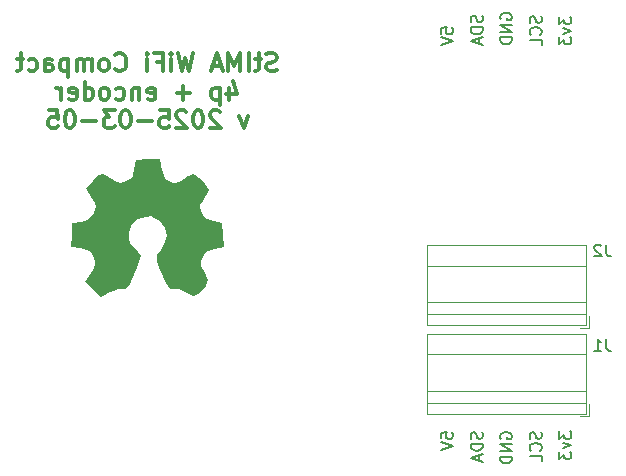
<source format=gbr>
%TF.GenerationSoftware,KiCad,Pcbnew,9.0.0*%
%TF.CreationDate,2025-04-22T12:49:47+02:00*%
%TF.ProjectId,stimawifi,7374696d-6177-4696-9669-2e6b69636164,rev?*%
%TF.SameCoordinates,Original*%
%TF.FileFunction,Legend,Bot*%
%TF.FilePolarity,Positive*%
%FSLAX46Y46*%
G04 Gerber Fmt 4.6, Leading zero omitted, Abs format (unit mm)*
G04 Created by KiCad (PCBNEW 9.0.0) date 2025-04-22 12:49:47*
%MOMM*%
%LPD*%
G01*
G04 APERTURE LIST*
%ADD10C,0.200000*%
%ADD11C,0.150000*%
%ADD12C,0.300000*%
%ADD13C,0.000000*%
%ADD14C,0.120000*%
G04 APERTURE END LIST*
D10*
X188867219Y-88845863D02*
X188867219Y-88369673D01*
X188867219Y-88369673D02*
X189343409Y-88322054D01*
X189343409Y-88322054D02*
X189295790Y-88369673D01*
X189295790Y-88369673D02*
X189248171Y-88464911D01*
X189248171Y-88464911D02*
X189248171Y-88703006D01*
X189248171Y-88703006D02*
X189295790Y-88798244D01*
X189295790Y-88798244D02*
X189343409Y-88845863D01*
X189343409Y-88845863D02*
X189438647Y-88893482D01*
X189438647Y-88893482D02*
X189676742Y-88893482D01*
X189676742Y-88893482D02*
X189771980Y-88845863D01*
X189771980Y-88845863D02*
X189819600Y-88798244D01*
X189819600Y-88798244D02*
X189867219Y-88703006D01*
X189867219Y-88703006D02*
X189867219Y-88464911D01*
X189867219Y-88464911D02*
X189819600Y-88369673D01*
X189819600Y-88369673D02*
X189771980Y-88322054D01*
X188867219Y-89179197D02*
X189867219Y-89512530D01*
X189867219Y-89512530D02*
X188867219Y-89845863D01*
X198867219Y-88274435D02*
X198867219Y-88893482D01*
X198867219Y-88893482D02*
X199248171Y-88560149D01*
X199248171Y-88560149D02*
X199248171Y-88703006D01*
X199248171Y-88703006D02*
X199295790Y-88798244D01*
X199295790Y-88798244D02*
X199343409Y-88845863D01*
X199343409Y-88845863D02*
X199438647Y-88893482D01*
X199438647Y-88893482D02*
X199676742Y-88893482D01*
X199676742Y-88893482D02*
X199771980Y-88845863D01*
X199771980Y-88845863D02*
X199819600Y-88798244D01*
X199819600Y-88798244D02*
X199867219Y-88703006D01*
X199867219Y-88703006D02*
X199867219Y-88417292D01*
X199867219Y-88417292D02*
X199819600Y-88322054D01*
X199819600Y-88322054D02*
X199771980Y-88274435D01*
X199200552Y-89226816D02*
X199867219Y-89464911D01*
X199867219Y-89464911D02*
X199200552Y-89703006D01*
X198867219Y-89988721D02*
X198867219Y-90607768D01*
X198867219Y-90607768D02*
X199248171Y-90274435D01*
X199248171Y-90274435D02*
X199248171Y-90417292D01*
X199248171Y-90417292D02*
X199295790Y-90512530D01*
X199295790Y-90512530D02*
X199343409Y-90560149D01*
X199343409Y-90560149D02*
X199438647Y-90607768D01*
X199438647Y-90607768D02*
X199676742Y-90607768D01*
X199676742Y-90607768D02*
X199771980Y-90560149D01*
X199771980Y-90560149D02*
X199819600Y-90512530D01*
X199819600Y-90512530D02*
X199867219Y-90417292D01*
X199867219Y-90417292D02*
X199867219Y-90131578D01*
X199867219Y-90131578D02*
X199819600Y-90036340D01*
X199819600Y-90036340D02*
X199771980Y-89988721D01*
X192319600Y-88322054D02*
X192367219Y-88464911D01*
X192367219Y-88464911D02*
X192367219Y-88703006D01*
X192367219Y-88703006D02*
X192319600Y-88798244D01*
X192319600Y-88798244D02*
X192271980Y-88845863D01*
X192271980Y-88845863D02*
X192176742Y-88893482D01*
X192176742Y-88893482D02*
X192081504Y-88893482D01*
X192081504Y-88893482D02*
X191986266Y-88845863D01*
X191986266Y-88845863D02*
X191938647Y-88798244D01*
X191938647Y-88798244D02*
X191891028Y-88703006D01*
X191891028Y-88703006D02*
X191843409Y-88512530D01*
X191843409Y-88512530D02*
X191795790Y-88417292D01*
X191795790Y-88417292D02*
X191748171Y-88369673D01*
X191748171Y-88369673D02*
X191652933Y-88322054D01*
X191652933Y-88322054D02*
X191557695Y-88322054D01*
X191557695Y-88322054D02*
X191462457Y-88369673D01*
X191462457Y-88369673D02*
X191414838Y-88417292D01*
X191414838Y-88417292D02*
X191367219Y-88512530D01*
X191367219Y-88512530D02*
X191367219Y-88750625D01*
X191367219Y-88750625D02*
X191414838Y-88893482D01*
X192367219Y-89322054D02*
X191367219Y-89322054D01*
X191367219Y-89322054D02*
X191367219Y-89560149D01*
X191367219Y-89560149D02*
X191414838Y-89703006D01*
X191414838Y-89703006D02*
X191510076Y-89798244D01*
X191510076Y-89798244D02*
X191605314Y-89845863D01*
X191605314Y-89845863D02*
X191795790Y-89893482D01*
X191795790Y-89893482D02*
X191938647Y-89893482D01*
X191938647Y-89893482D02*
X192129123Y-89845863D01*
X192129123Y-89845863D02*
X192224361Y-89798244D01*
X192224361Y-89798244D02*
X192319600Y-89703006D01*
X192319600Y-89703006D02*
X192367219Y-89560149D01*
X192367219Y-89560149D02*
X192367219Y-89322054D01*
X192081504Y-90274435D02*
X192081504Y-90750625D01*
X192367219Y-90179197D02*
X191367219Y-90512530D01*
X191367219Y-90512530D02*
X192367219Y-90845863D01*
X197319600Y-53107768D02*
X197367219Y-53250625D01*
X197367219Y-53250625D02*
X197367219Y-53488720D01*
X197367219Y-53488720D02*
X197319600Y-53583958D01*
X197319600Y-53583958D02*
X197271980Y-53631577D01*
X197271980Y-53631577D02*
X197176742Y-53679196D01*
X197176742Y-53679196D02*
X197081504Y-53679196D01*
X197081504Y-53679196D02*
X196986266Y-53631577D01*
X196986266Y-53631577D02*
X196938647Y-53583958D01*
X196938647Y-53583958D02*
X196891028Y-53488720D01*
X196891028Y-53488720D02*
X196843409Y-53298244D01*
X196843409Y-53298244D02*
X196795790Y-53203006D01*
X196795790Y-53203006D02*
X196748171Y-53155387D01*
X196748171Y-53155387D02*
X196652933Y-53107768D01*
X196652933Y-53107768D02*
X196557695Y-53107768D01*
X196557695Y-53107768D02*
X196462457Y-53155387D01*
X196462457Y-53155387D02*
X196414838Y-53203006D01*
X196414838Y-53203006D02*
X196367219Y-53298244D01*
X196367219Y-53298244D02*
X196367219Y-53536339D01*
X196367219Y-53536339D02*
X196414838Y-53679196D01*
X197271980Y-54679196D02*
X197319600Y-54631577D01*
X197319600Y-54631577D02*
X197367219Y-54488720D01*
X197367219Y-54488720D02*
X197367219Y-54393482D01*
X197367219Y-54393482D02*
X197319600Y-54250625D01*
X197319600Y-54250625D02*
X197224361Y-54155387D01*
X197224361Y-54155387D02*
X197129123Y-54107768D01*
X197129123Y-54107768D02*
X196938647Y-54060149D01*
X196938647Y-54060149D02*
X196795790Y-54060149D01*
X196795790Y-54060149D02*
X196605314Y-54107768D01*
X196605314Y-54107768D02*
X196510076Y-54155387D01*
X196510076Y-54155387D02*
X196414838Y-54250625D01*
X196414838Y-54250625D02*
X196367219Y-54393482D01*
X196367219Y-54393482D02*
X196367219Y-54488720D01*
X196367219Y-54488720D02*
X196414838Y-54631577D01*
X196414838Y-54631577D02*
X196462457Y-54679196D01*
X197367219Y-55583958D02*
X197367219Y-55107768D01*
X197367219Y-55107768D02*
X196367219Y-55107768D01*
X188867219Y-54583958D02*
X188867219Y-54107768D01*
X188867219Y-54107768D02*
X189343409Y-54060149D01*
X189343409Y-54060149D02*
X189295790Y-54107768D01*
X189295790Y-54107768D02*
X189248171Y-54203006D01*
X189248171Y-54203006D02*
X189248171Y-54441101D01*
X189248171Y-54441101D02*
X189295790Y-54536339D01*
X189295790Y-54536339D02*
X189343409Y-54583958D01*
X189343409Y-54583958D02*
X189438647Y-54631577D01*
X189438647Y-54631577D02*
X189676742Y-54631577D01*
X189676742Y-54631577D02*
X189771980Y-54583958D01*
X189771980Y-54583958D02*
X189819600Y-54536339D01*
X189819600Y-54536339D02*
X189867219Y-54441101D01*
X189867219Y-54441101D02*
X189867219Y-54203006D01*
X189867219Y-54203006D02*
X189819600Y-54107768D01*
X189819600Y-54107768D02*
X189771980Y-54060149D01*
X188867219Y-54917292D02*
X189867219Y-55250625D01*
X189867219Y-55250625D02*
X188867219Y-55583958D01*
D11*
X202833333Y-80454819D02*
X202833333Y-81169104D01*
X202833333Y-81169104D02*
X202880952Y-81311961D01*
X202880952Y-81311961D02*
X202976190Y-81407200D01*
X202976190Y-81407200D02*
X203119047Y-81454819D01*
X203119047Y-81454819D02*
X203214285Y-81454819D01*
X201833333Y-81454819D02*
X202404761Y-81454819D01*
X202119047Y-81454819D02*
X202119047Y-80454819D01*
X202119047Y-80454819D02*
X202214285Y-80597676D01*
X202214285Y-80597676D02*
X202309523Y-80692914D01*
X202309523Y-80692914D02*
X202404761Y-80740533D01*
D12*
X174928571Y-57691984D02*
X174714286Y-57763412D01*
X174714286Y-57763412D02*
X174357143Y-57763412D01*
X174357143Y-57763412D02*
X174214286Y-57691984D01*
X174214286Y-57691984D02*
X174142857Y-57620555D01*
X174142857Y-57620555D02*
X174071428Y-57477698D01*
X174071428Y-57477698D02*
X174071428Y-57334841D01*
X174071428Y-57334841D02*
X174142857Y-57191984D01*
X174142857Y-57191984D02*
X174214286Y-57120555D01*
X174214286Y-57120555D02*
X174357143Y-57049126D01*
X174357143Y-57049126D02*
X174642857Y-56977698D01*
X174642857Y-56977698D02*
X174785714Y-56906269D01*
X174785714Y-56906269D02*
X174857143Y-56834841D01*
X174857143Y-56834841D02*
X174928571Y-56691984D01*
X174928571Y-56691984D02*
X174928571Y-56549126D01*
X174928571Y-56549126D02*
X174857143Y-56406269D01*
X174857143Y-56406269D02*
X174785714Y-56334841D01*
X174785714Y-56334841D02*
X174642857Y-56263412D01*
X174642857Y-56263412D02*
X174285714Y-56263412D01*
X174285714Y-56263412D02*
X174071428Y-56334841D01*
X173642857Y-56763412D02*
X173071429Y-56763412D01*
X173428572Y-56263412D02*
X173428572Y-57549126D01*
X173428572Y-57549126D02*
X173357143Y-57691984D01*
X173357143Y-57691984D02*
X173214286Y-57763412D01*
X173214286Y-57763412D02*
X173071429Y-57763412D01*
X172571429Y-57763412D02*
X172571429Y-56263412D01*
X171857143Y-57763412D02*
X171857143Y-56263412D01*
X171857143Y-56263412D02*
X171357143Y-57334841D01*
X171357143Y-57334841D02*
X170857143Y-56263412D01*
X170857143Y-56263412D02*
X170857143Y-57763412D01*
X170214285Y-57334841D02*
X169500000Y-57334841D01*
X170357142Y-57763412D02*
X169857142Y-56263412D01*
X169857142Y-56263412D02*
X169357142Y-57763412D01*
X167857143Y-56263412D02*
X167500000Y-57763412D01*
X167500000Y-57763412D02*
X167214286Y-56691984D01*
X167214286Y-56691984D02*
X166928571Y-57763412D01*
X166928571Y-57763412D02*
X166571429Y-56263412D01*
X166000000Y-57763412D02*
X166000000Y-56763412D01*
X166000000Y-56263412D02*
X166071428Y-56334841D01*
X166071428Y-56334841D02*
X166000000Y-56406269D01*
X166000000Y-56406269D02*
X165928571Y-56334841D01*
X165928571Y-56334841D02*
X166000000Y-56263412D01*
X166000000Y-56263412D02*
X166000000Y-56406269D01*
X164785714Y-56977698D02*
X165285714Y-56977698D01*
X165285714Y-57763412D02*
X165285714Y-56263412D01*
X165285714Y-56263412D02*
X164571428Y-56263412D01*
X164000000Y-57763412D02*
X164000000Y-56763412D01*
X164000000Y-56263412D02*
X164071428Y-56334841D01*
X164071428Y-56334841D02*
X164000000Y-56406269D01*
X164000000Y-56406269D02*
X163928571Y-56334841D01*
X163928571Y-56334841D02*
X164000000Y-56263412D01*
X164000000Y-56263412D02*
X164000000Y-56406269D01*
X161285714Y-57620555D02*
X161357142Y-57691984D01*
X161357142Y-57691984D02*
X161571428Y-57763412D01*
X161571428Y-57763412D02*
X161714285Y-57763412D01*
X161714285Y-57763412D02*
X161928571Y-57691984D01*
X161928571Y-57691984D02*
X162071428Y-57549126D01*
X162071428Y-57549126D02*
X162142857Y-57406269D01*
X162142857Y-57406269D02*
X162214285Y-57120555D01*
X162214285Y-57120555D02*
X162214285Y-56906269D01*
X162214285Y-56906269D02*
X162142857Y-56620555D01*
X162142857Y-56620555D02*
X162071428Y-56477698D01*
X162071428Y-56477698D02*
X161928571Y-56334841D01*
X161928571Y-56334841D02*
X161714285Y-56263412D01*
X161714285Y-56263412D02*
X161571428Y-56263412D01*
X161571428Y-56263412D02*
X161357142Y-56334841D01*
X161357142Y-56334841D02*
X161285714Y-56406269D01*
X160428571Y-57763412D02*
X160571428Y-57691984D01*
X160571428Y-57691984D02*
X160642857Y-57620555D01*
X160642857Y-57620555D02*
X160714285Y-57477698D01*
X160714285Y-57477698D02*
X160714285Y-57049126D01*
X160714285Y-57049126D02*
X160642857Y-56906269D01*
X160642857Y-56906269D02*
X160571428Y-56834841D01*
X160571428Y-56834841D02*
X160428571Y-56763412D01*
X160428571Y-56763412D02*
X160214285Y-56763412D01*
X160214285Y-56763412D02*
X160071428Y-56834841D01*
X160071428Y-56834841D02*
X160000000Y-56906269D01*
X160000000Y-56906269D02*
X159928571Y-57049126D01*
X159928571Y-57049126D02*
X159928571Y-57477698D01*
X159928571Y-57477698D02*
X160000000Y-57620555D01*
X160000000Y-57620555D02*
X160071428Y-57691984D01*
X160071428Y-57691984D02*
X160214285Y-57763412D01*
X160214285Y-57763412D02*
X160428571Y-57763412D01*
X159285714Y-57763412D02*
X159285714Y-56763412D01*
X159285714Y-56906269D02*
X159214285Y-56834841D01*
X159214285Y-56834841D02*
X159071428Y-56763412D01*
X159071428Y-56763412D02*
X158857142Y-56763412D01*
X158857142Y-56763412D02*
X158714285Y-56834841D01*
X158714285Y-56834841D02*
X158642857Y-56977698D01*
X158642857Y-56977698D02*
X158642857Y-57763412D01*
X158642857Y-56977698D02*
X158571428Y-56834841D01*
X158571428Y-56834841D02*
X158428571Y-56763412D01*
X158428571Y-56763412D02*
X158214285Y-56763412D01*
X158214285Y-56763412D02*
X158071428Y-56834841D01*
X158071428Y-56834841D02*
X157999999Y-56977698D01*
X157999999Y-56977698D02*
X157999999Y-57763412D01*
X157285714Y-56763412D02*
X157285714Y-58263412D01*
X157285714Y-56834841D02*
X157142857Y-56763412D01*
X157142857Y-56763412D02*
X156857142Y-56763412D01*
X156857142Y-56763412D02*
X156714285Y-56834841D01*
X156714285Y-56834841D02*
X156642857Y-56906269D01*
X156642857Y-56906269D02*
X156571428Y-57049126D01*
X156571428Y-57049126D02*
X156571428Y-57477698D01*
X156571428Y-57477698D02*
X156642857Y-57620555D01*
X156642857Y-57620555D02*
X156714285Y-57691984D01*
X156714285Y-57691984D02*
X156857142Y-57763412D01*
X156857142Y-57763412D02*
X157142857Y-57763412D01*
X157142857Y-57763412D02*
X157285714Y-57691984D01*
X155285714Y-57763412D02*
X155285714Y-56977698D01*
X155285714Y-56977698D02*
X155357142Y-56834841D01*
X155357142Y-56834841D02*
X155499999Y-56763412D01*
X155499999Y-56763412D02*
X155785714Y-56763412D01*
X155785714Y-56763412D02*
X155928571Y-56834841D01*
X155285714Y-57691984D02*
X155428571Y-57763412D01*
X155428571Y-57763412D02*
X155785714Y-57763412D01*
X155785714Y-57763412D02*
X155928571Y-57691984D01*
X155928571Y-57691984D02*
X155999999Y-57549126D01*
X155999999Y-57549126D02*
X155999999Y-57406269D01*
X155999999Y-57406269D02*
X155928571Y-57263412D01*
X155928571Y-57263412D02*
X155785714Y-57191984D01*
X155785714Y-57191984D02*
X155428571Y-57191984D01*
X155428571Y-57191984D02*
X155285714Y-57120555D01*
X153928571Y-57691984D02*
X154071428Y-57763412D01*
X154071428Y-57763412D02*
X154357142Y-57763412D01*
X154357142Y-57763412D02*
X154499999Y-57691984D01*
X154499999Y-57691984D02*
X154571428Y-57620555D01*
X154571428Y-57620555D02*
X154642856Y-57477698D01*
X154642856Y-57477698D02*
X154642856Y-57049126D01*
X154642856Y-57049126D02*
X154571428Y-56906269D01*
X154571428Y-56906269D02*
X154499999Y-56834841D01*
X154499999Y-56834841D02*
X154357142Y-56763412D01*
X154357142Y-56763412D02*
X154071428Y-56763412D01*
X154071428Y-56763412D02*
X153928571Y-56834841D01*
X153499999Y-56763412D02*
X152928571Y-56763412D01*
X153285714Y-56263412D02*
X153285714Y-57549126D01*
X153285714Y-57549126D02*
X153214285Y-57691984D01*
X153214285Y-57691984D02*
X153071428Y-57763412D01*
X153071428Y-57763412D02*
X152928571Y-57763412D01*
X170892856Y-59178328D02*
X170892856Y-60178328D01*
X171249998Y-58606900D02*
X171607141Y-59678328D01*
X171607141Y-59678328D02*
X170678570Y-59678328D01*
X170107142Y-59178328D02*
X170107142Y-60678328D01*
X170107142Y-59249757D02*
X169964285Y-59178328D01*
X169964285Y-59178328D02*
X169678570Y-59178328D01*
X169678570Y-59178328D02*
X169535713Y-59249757D01*
X169535713Y-59249757D02*
X169464285Y-59321185D01*
X169464285Y-59321185D02*
X169392856Y-59464042D01*
X169392856Y-59464042D02*
X169392856Y-59892614D01*
X169392856Y-59892614D02*
X169464285Y-60035471D01*
X169464285Y-60035471D02*
X169535713Y-60106900D01*
X169535713Y-60106900D02*
X169678570Y-60178328D01*
X169678570Y-60178328D02*
X169964285Y-60178328D01*
X169964285Y-60178328D02*
X170107142Y-60106900D01*
X167607142Y-59606900D02*
X166464285Y-59606900D01*
X167035713Y-60178328D02*
X167035713Y-59035471D01*
X164035713Y-60106900D02*
X164178570Y-60178328D01*
X164178570Y-60178328D02*
X164464285Y-60178328D01*
X164464285Y-60178328D02*
X164607142Y-60106900D01*
X164607142Y-60106900D02*
X164678570Y-59964042D01*
X164678570Y-59964042D02*
X164678570Y-59392614D01*
X164678570Y-59392614D02*
X164607142Y-59249757D01*
X164607142Y-59249757D02*
X164464285Y-59178328D01*
X164464285Y-59178328D02*
X164178570Y-59178328D01*
X164178570Y-59178328D02*
X164035713Y-59249757D01*
X164035713Y-59249757D02*
X163964285Y-59392614D01*
X163964285Y-59392614D02*
X163964285Y-59535471D01*
X163964285Y-59535471D02*
X164678570Y-59678328D01*
X163321428Y-59178328D02*
X163321428Y-60178328D01*
X163321428Y-59321185D02*
X163249999Y-59249757D01*
X163249999Y-59249757D02*
X163107142Y-59178328D01*
X163107142Y-59178328D02*
X162892856Y-59178328D01*
X162892856Y-59178328D02*
X162749999Y-59249757D01*
X162749999Y-59249757D02*
X162678571Y-59392614D01*
X162678571Y-59392614D02*
X162678571Y-60178328D01*
X161321428Y-60106900D02*
X161464285Y-60178328D01*
X161464285Y-60178328D02*
X161749999Y-60178328D01*
X161749999Y-60178328D02*
X161892856Y-60106900D01*
X161892856Y-60106900D02*
X161964285Y-60035471D01*
X161964285Y-60035471D02*
X162035713Y-59892614D01*
X162035713Y-59892614D02*
X162035713Y-59464042D01*
X162035713Y-59464042D02*
X161964285Y-59321185D01*
X161964285Y-59321185D02*
X161892856Y-59249757D01*
X161892856Y-59249757D02*
X161749999Y-59178328D01*
X161749999Y-59178328D02*
X161464285Y-59178328D01*
X161464285Y-59178328D02*
X161321428Y-59249757D01*
X160464285Y-60178328D02*
X160607142Y-60106900D01*
X160607142Y-60106900D02*
X160678571Y-60035471D01*
X160678571Y-60035471D02*
X160749999Y-59892614D01*
X160749999Y-59892614D02*
X160749999Y-59464042D01*
X160749999Y-59464042D02*
X160678571Y-59321185D01*
X160678571Y-59321185D02*
X160607142Y-59249757D01*
X160607142Y-59249757D02*
X160464285Y-59178328D01*
X160464285Y-59178328D02*
X160249999Y-59178328D01*
X160249999Y-59178328D02*
X160107142Y-59249757D01*
X160107142Y-59249757D02*
X160035714Y-59321185D01*
X160035714Y-59321185D02*
X159964285Y-59464042D01*
X159964285Y-59464042D02*
X159964285Y-59892614D01*
X159964285Y-59892614D02*
X160035714Y-60035471D01*
X160035714Y-60035471D02*
X160107142Y-60106900D01*
X160107142Y-60106900D02*
X160249999Y-60178328D01*
X160249999Y-60178328D02*
X160464285Y-60178328D01*
X158678571Y-60178328D02*
X158678571Y-58678328D01*
X158678571Y-60106900D02*
X158821428Y-60178328D01*
X158821428Y-60178328D02*
X159107142Y-60178328D01*
X159107142Y-60178328D02*
X159249999Y-60106900D01*
X159249999Y-60106900D02*
X159321428Y-60035471D01*
X159321428Y-60035471D02*
X159392856Y-59892614D01*
X159392856Y-59892614D02*
X159392856Y-59464042D01*
X159392856Y-59464042D02*
X159321428Y-59321185D01*
X159321428Y-59321185D02*
X159249999Y-59249757D01*
X159249999Y-59249757D02*
X159107142Y-59178328D01*
X159107142Y-59178328D02*
X158821428Y-59178328D01*
X158821428Y-59178328D02*
X158678571Y-59249757D01*
X157392856Y-60106900D02*
X157535713Y-60178328D01*
X157535713Y-60178328D02*
X157821428Y-60178328D01*
X157821428Y-60178328D02*
X157964285Y-60106900D01*
X157964285Y-60106900D02*
X158035713Y-59964042D01*
X158035713Y-59964042D02*
X158035713Y-59392614D01*
X158035713Y-59392614D02*
X157964285Y-59249757D01*
X157964285Y-59249757D02*
X157821428Y-59178328D01*
X157821428Y-59178328D02*
X157535713Y-59178328D01*
X157535713Y-59178328D02*
X157392856Y-59249757D01*
X157392856Y-59249757D02*
X157321428Y-59392614D01*
X157321428Y-59392614D02*
X157321428Y-59535471D01*
X157321428Y-59535471D02*
X158035713Y-59678328D01*
X156678571Y-60178328D02*
X156678571Y-59178328D01*
X156678571Y-59464042D02*
X156607142Y-59321185D01*
X156607142Y-59321185D02*
X156535714Y-59249757D01*
X156535714Y-59249757D02*
X156392856Y-59178328D01*
X156392856Y-59178328D02*
X156249999Y-59178328D01*
X172499998Y-61593244D02*
X172142855Y-62593244D01*
X172142855Y-62593244D02*
X171785712Y-61593244D01*
X170142855Y-61236101D02*
X170071427Y-61164673D01*
X170071427Y-61164673D02*
X169928570Y-61093244D01*
X169928570Y-61093244D02*
X169571427Y-61093244D01*
X169571427Y-61093244D02*
X169428570Y-61164673D01*
X169428570Y-61164673D02*
X169357141Y-61236101D01*
X169357141Y-61236101D02*
X169285712Y-61378958D01*
X169285712Y-61378958D02*
X169285712Y-61521816D01*
X169285712Y-61521816D02*
X169357141Y-61736101D01*
X169357141Y-61736101D02*
X170214284Y-62593244D01*
X170214284Y-62593244D02*
X169285712Y-62593244D01*
X168357141Y-61093244D02*
X168214284Y-61093244D01*
X168214284Y-61093244D02*
X168071427Y-61164673D01*
X168071427Y-61164673D02*
X167999999Y-61236101D01*
X167999999Y-61236101D02*
X167928570Y-61378958D01*
X167928570Y-61378958D02*
X167857141Y-61664673D01*
X167857141Y-61664673D02*
X167857141Y-62021816D01*
X167857141Y-62021816D02*
X167928570Y-62307530D01*
X167928570Y-62307530D02*
X167999999Y-62450387D01*
X167999999Y-62450387D02*
X168071427Y-62521816D01*
X168071427Y-62521816D02*
X168214284Y-62593244D01*
X168214284Y-62593244D02*
X168357141Y-62593244D01*
X168357141Y-62593244D02*
X168499999Y-62521816D01*
X168499999Y-62521816D02*
X168571427Y-62450387D01*
X168571427Y-62450387D02*
X168642856Y-62307530D01*
X168642856Y-62307530D02*
X168714284Y-62021816D01*
X168714284Y-62021816D02*
X168714284Y-61664673D01*
X168714284Y-61664673D02*
X168642856Y-61378958D01*
X168642856Y-61378958D02*
X168571427Y-61236101D01*
X168571427Y-61236101D02*
X168499999Y-61164673D01*
X168499999Y-61164673D02*
X168357141Y-61093244D01*
X167285713Y-61236101D02*
X167214285Y-61164673D01*
X167214285Y-61164673D02*
X167071428Y-61093244D01*
X167071428Y-61093244D02*
X166714285Y-61093244D01*
X166714285Y-61093244D02*
X166571428Y-61164673D01*
X166571428Y-61164673D02*
X166499999Y-61236101D01*
X166499999Y-61236101D02*
X166428570Y-61378958D01*
X166428570Y-61378958D02*
X166428570Y-61521816D01*
X166428570Y-61521816D02*
X166499999Y-61736101D01*
X166499999Y-61736101D02*
X167357142Y-62593244D01*
X167357142Y-62593244D02*
X166428570Y-62593244D01*
X165071428Y-61093244D02*
X165785714Y-61093244D01*
X165785714Y-61093244D02*
X165857142Y-61807530D01*
X165857142Y-61807530D02*
X165785714Y-61736101D01*
X165785714Y-61736101D02*
X165642857Y-61664673D01*
X165642857Y-61664673D02*
X165285714Y-61664673D01*
X165285714Y-61664673D02*
X165142857Y-61736101D01*
X165142857Y-61736101D02*
X165071428Y-61807530D01*
X165071428Y-61807530D02*
X164999999Y-61950387D01*
X164999999Y-61950387D02*
X164999999Y-62307530D01*
X164999999Y-62307530D02*
X165071428Y-62450387D01*
X165071428Y-62450387D02*
X165142857Y-62521816D01*
X165142857Y-62521816D02*
X165285714Y-62593244D01*
X165285714Y-62593244D02*
X165642857Y-62593244D01*
X165642857Y-62593244D02*
X165785714Y-62521816D01*
X165785714Y-62521816D02*
X165857142Y-62450387D01*
X164357143Y-62021816D02*
X163214286Y-62021816D01*
X162214285Y-61093244D02*
X162071428Y-61093244D01*
X162071428Y-61093244D02*
X161928571Y-61164673D01*
X161928571Y-61164673D02*
X161857143Y-61236101D01*
X161857143Y-61236101D02*
X161785714Y-61378958D01*
X161785714Y-61378958D02*
X161714285Y-61664673D01*
X161714285Y-61664673D02*
X161714285Y-62021816D01*
X161714285Y-62021816D02*
X161785714Y-62307530D01*
X161785714Y-62307530D02*
X161857143Y-62450387D01*
X161857143Y-62450387D02*
X161928571Y-62521816D01*
X161928571Y-62521816D02*
X162071428Y-62593244D01*
X162071428Y-62593244D02*
X162214285Y-62593244D01*
X162214285Y-62593244D02*
X162357143Y-62521816D01*
X162357143Y-62521816D02*
X162428571Y-62450387D01*
X162428571Y-62450387D02*
X162500000Y-62307530D01*
X162500000Y-62307530D02*
X162571428Y-62021816D01*
X162571428Y-62021816D02*
X162571428Y-61664673D01*
X162571428Y-61664673D02*
X162500000Y-61378958D01*
X162500000Y-61378958D02*
X162428571Y-61236101D01*
X162428571Y-61236101D02*
X162357143Y-61164673D01*
X162357143Y-61164673D02*
X162214285Y-61093244D01*
X161214286Y-61093244D02*
X160285714Y-61093244D01*
X160285714Y-61093244D02*
X160785714Y-61664673D01*
X160785714Y-61664673D02*
X160571429Y-61664673D01*
X160571429Y-61664673D02*
X160428572Y-61736101D01*
X160428572Y-61736101D02*
X160357143Y-61807530D01*
X160357143Y-61807530D02*
X160285714Y-61950387D01*
X160285714Y-61950387D02*
X160285714Y-62307530D01*
X160285714Y-62307530D02*
X160357143Y-62450387D01*
X160357143Y-62450387D02*
X160428572Y-62521816D01*
X160428572Y-62521816D02*
X160571429Y-62593244D01*
X160571429Y-62593244D02*
X161000000Y-62593244D01*
X161000000Y-62593244D02*
X161142857Y-62521816D01*
X161142857Y-62521816D02*
X161214286Y-62450387D01*
X159642858Y-62021816D02*
X158500001Y-62021816D01*
X157500000Y-61093244D02*
X157357143Y-61093244D01*
X157357143Y-61093244D02*
X157214286Y-61164673D01*
X157214286Y-61164673D02*
X157142858Y-61236101D01*
X157142858Y-61236101D02*
X157071429Y-61378958D01*
X157071429Y-61378958D02*
X157000000Y-61664673D01*
X157000000Y-61664673D02*
X157000000Y-62021816D01*
X157000000Y-62021816D02*
X157071429Y-62307530D01*
X157071429Y-62307530D02*
X157142858Y-62450387D01*
X157142858Y-62450387D02*
X157214286Y-62521816D01*
X157214286Y-62521816D02*
X157357143Y-62593244D01*
X157357143Y-62593244D02*
X157500000Y-62593244D01*
X157500000Y-62593244D02*
X157642858Y-62521816D01*
X157642858Y-62521816D02*
X157714286Y-62450387D01*
X157714286Y-62450387D02*
X157785715Y-62307530D01*
X157785715Y-62307530D02*
X157857143Y-62021816D01*
X157857143Y-62021816D02*
X157857143Y-61664673D01*
X157857143Y-61664673D02*
X157785715Y-61378958D01*
X157785715Y-61378958D02*
X157714286Y-61236101D01*
X157714286Y-61236101D02*
X157642858Y-61164673D01*
X157642858Y-61164673D02*
X157500000Y-61093244D01*
X155642858Y-61093244D02*
X156357144Y-61093244D01*
X156357144Y-61093244D02*
X156428572Y-61807530D01*
X156428572Y-61807530D02*
X156357144Y-61736101D01*
X156357144Y-61736101D02*
X156214287Y-61664673D01*
X156214287Y-61664673D02*
X155857144Y-61664673D01*
X155857144Y-61664673D02*
X155714287Y-61736101D01*
X155714287Y-61736101D02*
X155642858Y-61807530D01*
X155642858Y-61807530D02*
X155571429Y-61950387D01*
X155571429Y-61950387D02*
X155571429Y-62307530D01*
X155571429Y-62307530D02*
X155642858Y-62450387D01*
X155642858Y-62450387D02*
X155714287Y-62521816D01*
X155714287Y-62521816D02*
X155857144Y-62593244D01*
X155857144Y-62593244D02*
X156214287Y-62593244D01*
X156214287Y-62593244D02*
X156357144Y-62521816D01*
X156357144Y-62521816D02*
X156428572Y-62450387D01*
D10*
X193914838Y-88893482D02*
X193867219Y-88798244D01*
X193867219Y-88798244D02*
X193867219Y-88655387D01*
X193867219Y-88655387D02*
X193914838Y-88512530D01*
X193914838Y-88512530D02*
X194010076Y-88417292D01*
X194010076Y-88417292D02*
X194105314Y-88369673D01*
X194105314Y-88369673D02*
X194295790Y-88322054D01*
X194295790Y-88322054D02*
X194438647Y-88322054D01*
X194438647Y-88322054D02*
X194629123Y-88369673D01*
X194629123Y-88369673D02*
X194724361Y-88417292D01*
X194724361Y-88417292D02*
X194819600Y-88512530D01*
X194819600Y-88512530D02*
X194867219Y-88655387D01*
X194867219Y-88655387D02*
X194867219Y-88750625D01*
X194867219Y-88750625D02*
X194819600Y-88893482D01*
X194819600Y-88893482D02*
X194771980Y-88941101D01*
X194771980Y-88941101D02*
X194438647Y-88941101D01*
X194438647Y-88941101D02*
X194438647Y-88750625D01*
X194867219Y-89369673D02*
X193867219Y-89369673D01*
X193867219Y-89369673D02*
X194867219Y-89941101D01*
X194867219Y-89941101D02*
X193867219Y-89941101D01*
X194867219Y-90417292D02*
X193867219Y-90417292D01*
X193867219Y-90417292D02*
X193867219Y-90655387D01*
X193867219Y-90655387D02*
X193914838Y-90798244D01*
X193914838Y-90798244D02*
X194010076Y-90893482D01*
X194010076Y-90893482D02*
X194105314Y-90941101D01*
X194105314Y-90941101D02*
X194295790Y-90988720D01*
X194295790Y-90988720D02*
X194438647Y-90988720D01*
X194438647Y-90988720D02*
X194629123Y-90941101D01*
X194629123Y-90941101D02*
X194724361Y-90893482D01*
X194724361Y-90893482D02*
X194819600Y-90798244D01*
X194819600Y-90798244D02*
X194867219Y-90655387D01*
X194867219Y-90655387D02*
X194867219Y-90417292D01*
X197319600Y-88322054D02*
X197367219Y-88464911D01*
X197367219Y-88464911D02*
X197367219Y-88703006D01*
X197367219Y-88703006D02*
X197319600Y-88798244D01*
X197319600Y-88798244D02*
X197271980Y-88845863D01*
X197271980Y-88845863D02*
X197176742Y-88893482D01*
X197176742Y-88893482D02*
X197081504Y-88893482D01*
X197081504Y-88893482D02*
X196986266Y-88845863D01*
X196986266Y-88845863D02*
X196938647Y-88798244D01*
X196938647Y-88798244D02*
X196891028Y-88703006D01*
X196891028Y-88703006D02*
X196843409Y-88512530D01*
X196843409Y-88512530D02*
X196795790Y-88417292D01*
X196795790Y-88417292D02*
X196748171Y-88369673D01*
X196748171Y-88369673D02*
X196652933Y-88322054D01*
X196652933Y-88322054D02*
X196557695Y-88322054D01*
X196557695Y-88322054D02*
X196462457Y-88369673D01*
X196462457Y-88369673D02*
X196414838Y-88417292D01*
X196414838Y-88417292D02*
X196367219Y-88512530D01*
X196367219Y-88512530D02*
X196367219Y-88750625D01*
X196367219Y-88750625D02*
X196414838Y-88893482D01*
X197271980Y-89893482D02*
X197319600Y-89845863D01*
X197319600Y-89845863D02*
X197367219Y-89703006D01*
X197367219Y-89703006D02*
X197367219Y-89607768D01*
X197367219Y-89607768D02*
X197319600Y-89464911D01*
X197319600Y-89464911D02*
X197224361Y-89369673D01*
X197224361Y-89369673D02*
X197129123Y-89322054D01*
X197129123Y-89322054D02*
X196938647Y-89274435D01*
X196938647Y-89274435D02*
X196795790Y-89274435D01*
X196795790Y-89274435D02*
X196605314Y-89322054D01*
X196605314Y-89322054D02*
X196510076Y-89369673D01*
X196510076Y-89369673D02*
X196414838Y-89464911D01*
X196414838Y-89464911D02*
X196367219Y-89607768D01*
X196367219Y-89607768D02*
X196367219Y-89703006D01*
X196367219Y-89703006D02*
X196414838Y-89845863D01*
X196414838Y-89845863D02*
X196462457Y-89893482D01*
X197367219Y-90798244D02*
X197367219Y-90322054D01*
X197367219Y-90322054D02*
X196367219Y-90322054D01*
X192319600Y-53060149D02*
X192367219Y-53203006D01*
X192367219Y-53203006D02*
X192367219Y-53441101D01*
X192367219Y-53441101D02*
X192319600Y-53536339D01*
X192319600Y-53536339D02*
X192271980Y-53583958D01*
X192271980Y-53583958D02*
X192176742Y-53631577D01*
X192176742Y-53631577D02*
X192081504Y-53631577D01*
X192081504Y-53631577D02*
X191986266Y-53583958D01*
X191986266Y-53583958D02*
X191938647Y-53536339D01*
X191938647Y-53536339D02*
X191891028Y-53441101D01*
X191891028Y-53441101D02*
X191843409Y-53250625D01*
X191843409Y-53250625D02*
X191795790Y-53155387D01*
X191795790Y-53155387D02*
X191748171Y-53107768D01*
X191748171Y-53107768D02*
X191652933Y-53060149D01*
X191652933Y-53060149D02*
X191557695Y-53060149D01*
X191557695Y-53060149D02*
X191462457Y-53107768D01*
X191462457Y-53107768D02*
X191414838Y-53155387D01*
X191414838Y-53155387D02*
X191367219Y-53250625D01*
X191367219Y-53250625D02*
X191367219Y-53488720D01*
X191367219Y-53488720D02*
X191414838Y-53631577D01*
X192367219Y-54060149D02*
X191367219Y-54060149D01*
X191367219Y-54060149D02*
X191367219Y-54298244D01*
X191367219Y-54298244D02*
X191414838Y-54441101D01*
X191414838Y-54441101D02*
X191510076Y-54536339D01*
X191510076Y-54536339D02*
X191605314Y-54583958D01*
X191605314Y-54583958D02*
X191795790Y-54631577D01*
X191795790Y-54631577D02*
X191938647Y-54631577D01*
X191938647Y-54631577D02*
X192129123Y-54583958D01*
X192129123Y-54583958D02*
X192224361Y-54536339D01*
X192224361Y-54536339D02*
X192319600Y-54441101D01*
X192319600Y-54441101D02*
X192367219Y-54298244D01*
X192367219Y-54298244D02*
X192367219Y-54060149D01*
X192081504Y-55012530D02*
X192081504Y-55488720D01*
X192367219Y-54917292D02*
X191367219Y-55250625D01*
X191367219Y-55250625D02*
X192367219Y-55583958D01*
X193914838Y-53393482D02*
X193867219Y-53298244D01*
X193867219Y-53298244D02*
X193867219Y-53155387D01*
X193867219Y-53155387D02*
X193914838Y-53012530D01*
X193914838Y-53012530D02*
X194010076Y-52917292D01*
X194010076Y-52917292D02*
X194105314Y-52869673D01*
X194105314Y-52869673D02*
X194295790Y-52822054D01*
X194295790Y-52822054D02*
X194438647Y-52822054D01*
X194438647Y-52822054D02*
X194629123Y-52869673D01*
X194629123Y-52869673D02*
X194724361Y-52917292D01*
X194724361Y-52917292D02*
X194819600Y-53012530D01*
X194819600Y-53012530D02*
X194867219Y-53155387D01*
X194867219Y-53155387D02*
X194867219Y-53250625D01*
X194867219Y-53250625D02*
X194819600Y-53393482D01*
X194819600Y-53393482D02*
X194771980Y-53441101D01*
X194771980Y-53441101D02*
X194438647Y-53441101D01*
X194438647Y-53441101D02*
X194438647Y-53250625D01*
X194867219Y-53869673D02*
X193867219Y-53869673D01*
X193867219Y-53869673D02*
X194867219Y-54441101D01*
X194867219Y-54441101D02*
X193867219Y-54441101D01*
X194867219Y-54917292D02*
X193867219Y-54917292D01*
X193867219Y-54917292D02*
X193867219Y-55155387D01*
X193867219Y-55155387D02*
X193914838Y-55298244D01*
X193914838Y-55298244D02*
X194010076Y-55393482D01*
X194010076Y-55393482D02*
X194105314Y-55441101D01*
X194105314Y-55441101D02*
X194295790Y-55488720D01*
X194295790Y-55488720D02*
X194438647Y-55488720D01*
X194438647Y-55488720D02*
X194629123Y-55441101D01*
X194629123Y-55441101D02*
X194724361Y-55393482D01*
X194724361Y-55393482D02*
X194819600Y-55298244D01*
X194819600Y-55298244D02*
X194867219Y-55155387D01*
X194867219Y-55155387D02*
X194867219Y-54917292D01*
X198867219Y-53155387D02*
X198867219Y-53774434D01*
X198867219Y-53774434D02*
X199248171Y-53441101D01*
X199248171Y-53441101D02*
X199248171Y-53583958D01*
X199248171Y-53583958D02*
X199295790Y-53679196D01*
X199295790Y-53679196D02*
X199343409Y-53726815D01*
X199343409Y-53726815D02*
X199438647Y-53774434D01*
X199438647Y-53774434D02*
X199676742Y-53774434D01*
X199676742Y-53774434D02*
X199771980Y-53726815D01*
X199771980Y-53726815D02*
X199819600Y-53679196D01*
X199819600Y-53679196D02*
X199867219Y-53583958D01*
X199867219Y-53583958D02*
X199867219Y-53298244D01*
X199867219Y-53298244D02*
X199819600Y-53203006D01*
X199819600Y-53203006D02*
X199771980Y-53155387D01*
X199200552Y-54107768D02*
X199867219Y-54345863D01*
X199867219Y-54345863D02*
X199200552Y-54583958D01*
X198867219Y-54869673D02*
X198867219Y-55488720D01*
X198867219Y-55488720D02*
X199248171Y-55155387D01*
X199248171Y-55155387D02*
X199248171Y-55298244D01*
X199248171Y-55298244D02*
X199295790Y-55393482D01*
X199295790Y-55393482D02*
X199343409Y-55441101D01*
X199343409Y-55441101D02*
X199438647Y-55488720D01*
X199438647Y-55488720D02*
X199676742Y-55488720D01*
X199676742Y-55488720D02*
X199771980Y-55441101D01*
X199771980Y-55441101D02*
X199819600Y-55393482D01*
X199819600Y-55393482D02*
X199867219Y-55298244D01*
X199867219Y-55298244D02*
X199867219Y-55012530D01*
X199867219Y-55012530D02*
X199819600Y-54917292D01*
X199819600Y-54917292D02*
X199771980Y-54869673D01*
D11*
X202833333Y-72454819D02*
X202833333Y-73169104D01*
X202833333Y-73169104D02*
X202880952Y-73311961D01*
X202880952Y-73311961D02*
X202976190Y-73407200D01*
X202976190Y-73407200D02*
X203119047Y-73454819D01*
X203119047Y-73454819D02*
X203214285Y-73454819D01*
X202404761Y-72550057D02*
X202357142Y-72502438D01*
X202357142Y-72502438D02*
X202261904Y-72454819D01*
X202261904Y-72454819D02*
X202023809Y-72454819D01*
X202023809Y-72454819D02*
X201928571Y-72502438D01*
X201928571Y-72502438D02*
X201880952Y-72550057D01*
X201880952Y-72550057D02*
X201833333Y-72645295D01*
X201833333Y-72645295D02*
X201833333Y-72740533D01*
X201833333Y-72740533D02*
X201880952Y-72883390D01*
X201880952Y-72883390D02*
X202452380Y-73454819D01*
X202452380Y-73454819D02*
X201833333Y-73454819D01*
D13*
%TO.C,Open Hardvare Logo*%
G36*
X165159963Y-65759510D02*
G01*
X165166268Y-65790731D01*
X165307117Y-66414322D01*
X165449309Y-66781877D01*
X165647543Y-66987065D01*
X165956522Y-67123558D01*
X166274013Y-67200802D01*
X166637061Y-67140437D01*
X167102399Y-66870198D01*
X167264044Y-66763232D01*
X167653005Y-66531229D01*
X167872488Y-66438732D01*
X168067311Y-66539780D01*
X168404890Y-66826491D01*
X168771831Y-67196934D01*
X169066515Y-67547779D01*
X169187325Y-67775700D01*
X169176651Y-67834390D01*
X169029062Y-68157207D01*
X168763311Y-68588058D01*
X168669909Y-68726111D01*
X168467129Y-69093102D01*
X168453643Y-69386187D01*
X168607798Y-69769918D01*
X168728516Y-69988433D01*
X169063596Y-70305818D01*
X169613150Y-70487697D01*
X170350001Y-70642424D01*
X170402836Y-71643733D01*
X170455671Y-72645042D01*
X169689598Y-72806648D01*
X169390440Y-72882310D01*
X168947692Y-73109262D01*
X168670225Y-73496745D01*
X168624834Y-73593888D01*
X168518328Y-73933329D01*
X168574496Y-74253039D01*
X168811793Y-74711333D01*
X168912215Y-74897056D01*
X169098758Y-75491274D01*
X168974558Y-75982728D01*
X168526573Y-76450968D01*
X168266240Y-76646576D01*
X167962926Y-76783797D01*
X167651455Y-76721763D01*
X167186577Y-76461629D01*
X166663906Y-76237036D01*
X166213705Y-76208882D01*
X166169277Y-76219087D01*
X165917114Y-76204480D01*
X165707369Y-75990439D01*
X165464626Y-75506218D01*
X165161896Y-74813827D01*
X164909594Y-74182857D01*
X164789703Y-73746660D01*
X164793050Y-73432676D01*
X164910461Y-73168341D01*
X165132765Y-72881096D01*
X165430286Y-72439988D01*
X165630875Y-71728103D01*
X165499541Y-71050373D01*
X165038418Y-70461527D01*
X164759543Y-70247489D01*
X164336311Y-70066015D01*
X163841716Y-70082156D01*
X163233280Y-70278859D01*
X162718493Y-70749535D01*
X162454953Y-71474843D01*
X162429257Y-71912287D01*
X162562366Y-72290932D01*
X162913146Y-72745897D01*
X163473952Y-73384619D01*
X162993402Y-74607098D01*
X162739625Y-75234925D01*
X162482394Y-75789493D01*
X162271575Y-76097371D01*
X162068821Y-76210719D01*
X161835786Y-76181695D01*
X161726085Y-76168586D01*
X161302208Y-76258447D01*
X160792089Y-76490684D01*
X160073366Y-76902817D01*
X159412097Y-76242854D01*
X158750827Y-75582892D01*
X159231389Y-74856714D01*
X159413891Y-74573600D01*
X159589806Y-74213188D01*
X159595467Y-73910754D01*
X159455810Y-73517505D01*
X159423775Y-73442575D01*
X159212608Y-73084388D01*
X158905581Y-72893305D01*
X158371833Y-72780333D01*
X157543997Y-72656191D01*
X157596999Y-71654164D01*
X157650001Y-70652137D01*
X158411159Y-70502326D01*
X158696481Y-70434627D01*
X159152471Y-70210428D01*
X159450088Y-69815366D01*
X159572436Y-69557673D01*
X159623745Y-69276516D01*
X159523513Y-68956988D01*
X159252347Y-68466818D01*
X158776835Y-67655419D01*
X159366465Y-67047075D01*
X159557389Y-66859743D01*
X159918723Y-66557862D01*
X160147793Y-66438732D01*
X160216835Y-66452893D01*
X160547284Y-66607713D01*
X160986269Y-66878229D01*
X161008213Y-66893104D01*
X161450639Y-67154370D01*
X161786928Y-67216924D01*
X162177379Y-67112264D01*
X162523757Y-66930117D01*
X162734138Y-66628097D01*
X162869968Y-66091429D01*
X163018224Y-65276056D01*
X164029664Y-65222891D01*
X165041105Y-65169726D01*
X165159963Y-65759510D01*
G37*
D14*
%TO.C,J1*%
X187700000Y-80030000D02*
X187700000Y-86770000D01*
X201140000Y-80030000D02*
X187700000Y-80030000D01*
X201140000Y-80030000D02*
X201140000Y-86770000D01*
X201140000Y-81749000D02*
X187700000Y-81749000D01*
X201140000Y-84850000D02*
X187700000Y-84850000D01*
X201140000Y-85850000D02*
X187700000Y-85850000D01*
X201140000Y-86770000D02*
X187700000Y-86770000D01*
X201380000Y-85970000D02*
X201380000Y-87010000D01*
X201380000Y-87010000D02*
X200580000Y-87010000D01*
%TO.C,J2*%
X187700000Y-72530000D02*
X187700000Y-79270000D01*
X201140000Y-72530000D02*
X187700000Y-72530000D01*
X201140000Y-72530000D02*
X201140000Y-79270000D01*
X201140000Y-74249000D02*
X187700000Y-74249000D01*
X201140000Y-77350000D02*
X187700000Y-77350000D01*
X201140000Y-78350000D02*
X187700000Y-78350000D01*
X201140000Y-79270000D02*
X187700000Y-79270000D01*
X201380000Y-78470000D02*
X201380000Y-79510000D01*
X201380000Y-79510000D02*
X200580000Y-79510000D01*
%TD*%
M02*

</source>
